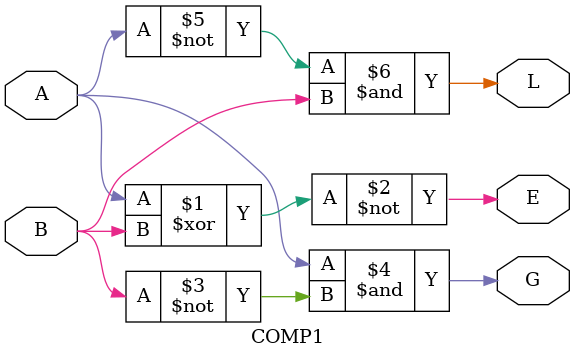
<source format=v>
`timescale 10ns / 1ps
module COMP1(
    input A,
    input B,
    output E,
    output G,
    output L
    );
    assign E=~(A^B);
    assign G=A&(~B);
    assign L=(~A)&B;
endmodule

</source>
